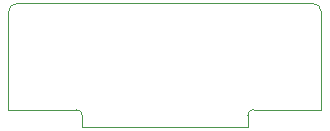
<source format=gm1>
G04 #@! TF.GenerationSoftware,KiCad,Pcbnew,(6.0.7)*
G04 #@! TF.CreationDate,2022-10-27T11:42:29+02:00*
G04 #@! TF.ProjectId,FPS_AR,4650535f-4152-42e6-9b69-6361645f7063,rev?*
G04 #@! TF.SameCoordinates,Original*
G04 #@! TF.FileFunction,Profile,NP*
%FSLAX46Y46*%
G04 Gerber Fmt 4.6, Leading zero omitted, Abs format (unit mm)*
G04 Created by KiCad (PCBNEW (6.0.7)) date 2022-10-27 11:42:29*
%MOMM*%
%LPD*%
G01*
G04 APERTURE LIST*
G04 #@! TA.AperFunction,Profile*
%ADD10C,0.100000*%
G04 #@! TD*
G04 APERTURE END LIST*
D10*
X125100000Y-73250000D02*
G75*
G03*
X124350000Y-72500000I-750000J0D01*
G01*
X119350000Y-81500000D02*
G75*
G03*
X118850000Y-82000000I0J-500000D01*
G01*
X104350000Y-81500000D02*
X98600000Y-81500000D01*
X125100000Y-81500000D02*
X125100000Y-73250000D01*
X99350000Y-72500000D02*
G75*
G03*
X98600000Y-73250000I0J-750000D01*
G01*
X98600000Y-81500000D02*
X98600000Y-73250000D01*
X104850000Y-82000000D02*
X104850000Y-83000000D01*
X104850000Y-83000000D02*
X118850000Y-83000000D01*
X104850000Y-82000000D02*
G75*
G03*
X104350000Y-81500000I-500000J0D01*
G01*
X118850000Y-83000000D02*
X118850000Y-82000000D01*
X119350000Y-81500000D02*
X125100000Y-81500000D01*
X99350000Y-72500000D02*
X124350000Y-72500000D01*
M02*

</source>
